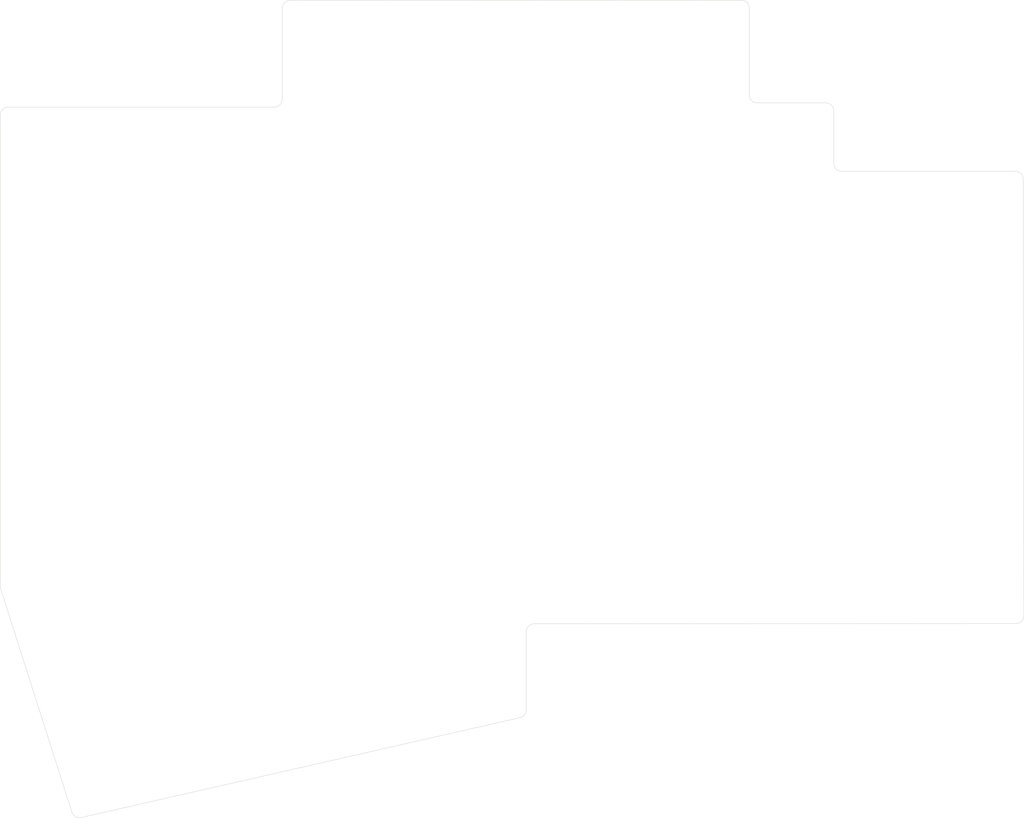
<source format=kicad_pcb>
(kicad_pcb (version 20241229) (generator "pcbnew") (generator_version "9.0")
  (layers (0 "F.Cu" signal) (2 "B.Cu" signal) (13 "F.Paste" user) (15 "B.Paste" user) (5 "F.SilkS" user "F.Silkscreen") (7 "B.SilkS" user "B.Silkscreen") (1 "F.Mask" user) (3 "B.Mask" user) (25 "Edge.Cuts" user))
  (net 0 "")
  (footprint "kbd_Hole:m2_Screw_Hole" (layer "F.Cu") (at 144.4 65.05)
    (property "Reference" "Ref**")
    (property "Value" "Val**")
    (pad "" np_thru_hole circle (at 0 0) (size 2.2 2.2) (drill 2.2) (layers "*.Cu" "*.Mask"))
  )
  (footprint "kbd_Hole:m2_Screw_Hole" (layer "F.Cu") (at 76.45 65.05)
    (property "Reference" "Ref**")
    (property "Value" "Val**")
    (pad "" np_thru_hole circle (at 0 0) (size 2.2 2.2) (drill 2.2) (layers "*.Cu" "*.Mask"))
  )
  (footprint "kbd_Hole:m2_Screw_Hole" (layer "F.Cu") (at 50.5 127.65)
    (property "Reference" "Ref**")
    (property "Value" "Val**")
    (pad "" np_thru_hole circle (at 0 0) (size 2.2 2.2) (drill 2.2) (layers "*.Cu" "*.Mask"))
  )
  (footprint "kbd_Hole:m2_Screw_Hole" (layer "F.Cu") (at 123.05 120.75)
    (property "Reference" "Ref**")
    (property "Value" "Val**")
    (pad "" np_thru_hole circle (at 0 0) (size 2.2 2.2) (drill 2.2) (layers "*.Cu" "*.Mask"))
  )
  (gr_line (start 78.365651 61.1375) (end 44.965858 61.1375) (stroke (width 0.05)) (layer "Edge.Cuts"))
  (gr_arc (start 149.6 69.2) (mid 148.892893 68.907107) (end 148.6 68.2) (stroke (width 0.05)) (layer "Edge.Cuts"))
  (gr_line (start 80.36523 47.737079) (end 136.999574 47.712933) (stroke (width 0.05)) (layer "Edge.Cuts"))
  (gr_arc (start 110 126.999389) (mid 110.292681 126.292505) (end 110.999389 125.99939) (stroke (width 0.05)) (layer "Edge.Cuts"))
  (gr_arc (start 54.139956 150.312491) (mid 53.412897 150.199695) (end 52.959724 149.62005) (stroke (width 0.05)) (layer "Edge.Cuts"))
  (gr_arc (start 43.965858 62.137707) (mid 44.258682 61.430487) (end 44.965858 61.1375) (stroke (width 0.05)) (layer "Edge.Cuts"))
  (gr_line (start 139 60.6) (end 147.6 60.6) (stroke (width 0.05)) (layer "Edge.Cuts"))
  (gr_line (start 54.139956 150.312491) (end 109.221904 137.777077) (stroke (width 0.05)) (layer "Edge.Cuts"))
  (gr_line (start 110 136.802009) (end 110 126.999389) (stroke (width 0.05)) (layer "Edge.Cuts"))
  (gr_arc (start 79.365651 60.1375) (mid 79.072755 60.844589) (end 78.365651 61.1375) (stroke (width 0.05)) (layer "Edge.Cuts"))
  (gr_line (start 172.4014 70.198599) (end 172.478151 124.9625) (stroke (width 0.05)) (layer "Edge.Cuts"))
  (gr_line (start 79.365651 48.737079) (end 79.365651 60.1375) (stroke (width 0.05)) (layer "Edge.Cuts"))
  (gr_line (start 148.6 61.6) (end 148.6 68.2) (stroke (width 0.05)) (layer "Edge.Cuts"))
  (gr_arc (start 79.365651 48.737079) (mid 79.658406 48.030153) (end 80.36523 47.737079) (stroke (width 0.05)) (layer "Edge.Cuts"))
  (gr_arc (start 139 60.6) (mid 138.292893 60.307107) (end 138 59.6) (stroke (width 0.05)) (layer "Edge.Cuts"))
  (gr_arc (start 44.025412 121.610664) (mid 43.990032 121.46065) (end 43.978119 121.306981) (stroke (width 0.05)) (layer "Edge.Cuts"))
  (gr_arc (start 172.478151 124.9625) (mid 172.185258 125.669607) (end 171.478151 125.9625) (stroke (width 0.05)) (layer "Edge.Cuts"))
  (gr_line (start 138 48.712932) (end 138 59.6) (stroke (width 0.05)) (layer "Edge.Cuts"))
  (gr_arc (start 110 136.802009) (mid 109.781631 137.425741) (end 109.221904 137.777077) (stroke (width 0.05)) (layer "Edge.Cuts"))
  (gr_arc (start 136.999574 47.712933) (mid 137.706956 48.005675) (end 138 48.712932) (stroke (width 0.05)) (layer "Edge.Cuts"))
  (gr_line (start 149.6 69.2) (end 171.401401 69.2) (stroke (width 0.05)) (layer "Edge.Cuts"))
  (gr_line (start 44.025412 121.610664) (end 52.959724 149.62005) (stroke (width 0.05)) (layer "Edge.Cuts"))
  (gr_line (start 43.965858 62.137707) (end 43.978119 121.306981) (stroke (width 0.05)) (layer "Edge.Cuts"))
  (gr_arc (start 147.6 60.6) (mid 148.307107 60.892893) (end 148.6 61.6) (stroke (width 0.05)) (layer "Edge.Cuts"))
  (gr_arc (start 171.401401 69.2) (mid 172.108012 69.492398) (end 172.4014 70.198599) (stroke (width 0.05)) (layer "Edge.Cuts"))
  (gr_line (start 110.999389 125.99939) (end 171.478151 125.96245) (stroke (width 0.05)) (layer "Edge.Cuts"))
)
</source>
